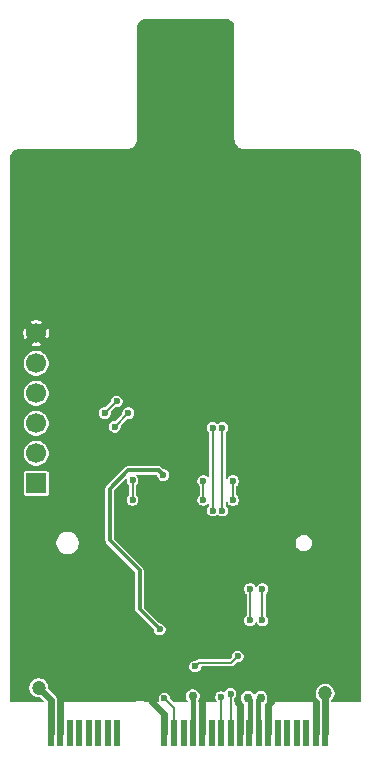
<source format=gbr>
%TF.GenerationSoftware,KiCad,Pcbnew,9.0.0*%
%TF.CreationDate,2025-03-01T15:32:50-05:00*%
%TF.ProjectId,mPCIE-to-M_2_E-Key,6d504349-452d-4746-9f2d-4d5f325f452d,rev?*%
%TF.SameCoordinates,Original*%
%TF.FileFunction,Copper,L2,Bot*%
%TF.FilePolarity,Positive*%
%FSLAX46Y46*%
G04 Gerber Fmt 4.6, Leading zero omitted, Abs format (unit mm)*
G04 Created by KiCad (PCBNEW 9.0.0) date 2025-03-01 15:32:50*
%MOMM*%
%LPD*%
G01*
G04 APERTURE LIST*
%TA.AperFunction,ComponentPad*%
%ADD10R,1.700000X1.700000*%
%TD*%
%TA.AperFunction,ComponentPad*%
%ADD11C,1.700000*%
%TD*%
%TA.AperFunction,ComponentPad*%
%ADD12C,6.500000*%
%TD*%
%TA.AperFunction,ComponentPad*%
%ADD13C,3.500000*%
%TD*%
%TA.AperFunction,SMDPad,CuDef*%
%ADD14R,0.600000X2.300000*%
%TD*%
%TA.AperFunction,ViaPad*%
%ADD15C,0.750000*%
%TD*%
%TA.AperFunction,ViaPad*%
%ADD16C,1.200000*%
%TD*%
%TA.AperFunction,ViaPad*%
%ADD17C,0.600000*%
%TD*%
%TA.AperFunction,Conductor*%
%ADD18C,0.600000*%
%TD*%
%TA.AperFunction,Conductor*%
%ADD19C,0.400000*%
%TD*%
%TA.AperFunction,Conductor*%
%ADD20C,0.300000*%
%TD*%
%TA.AperFunction,Conductor*%
%ADD21C,0.200000*%
%TD*%
%TA.AperFunction,Conductor*%
%ADD22C,0.447000*%
%TD*%
G04 APERTURE END LIST*
D10*
%TO.P,J3,1,Pin_1*%
%TO.N,+3V3*%
X121200000Y-107450000D03*
D11*
%TO.P,J3,2,Pin_2*%
%TO.N,/SDA_3V3*%
X121200000Y-104910000D03*
%TO.P,J3,3,Pin_3*%
%TO.N,/SCL_3V3*%
X121200000Y-102370000D03*
%TO.P,J3,4,Pin_4*%
%TO.N,/TXD_3V3*%
X121200000Y-99830000D03*
%TO.P,J3,5,Pin_5*%
%TO.N,/RXD_3V3*%
X121200000Y-97290000D03*
%TO.P,J3,6,Pin_6*%
%TO.N,GND*%
X121200000Y-94750000D03*
%TD*%
D12*
%TO.P,H3,1,1*%
%TO.N,GND*%
X133850000Y-84250000D03*
%TD*%
D13*
%TO.P,H2,1,1*%
%TO.N,GND*%
X121750000Y-81950000D03*
%TD*%
D12*
%TO.P,H4,1,1*%
%TO.N,GND*%
X133850000Y-72250000D03*
%TD*%
D14*
%TO.P,J1,2,+3V3AUX*%
%TO.N,+3V3*%
X122450000Y-128600000D03*
%TO.P,J1,4,GND*%
%TO.N,GND*%
X123250000Y-128600000D03*
%TO.P,J1,6,+1V5*%
%TO.N,unconnected-(J1-+1V5-Pad6)*%
X124050000Y-128600000D03*
%TO.P,J1,8,UIM_PWR*%
%TO.N,unconnected-(J1-UIM_PWR-Pad8)*%
X124850000Y-128600000D03*
%TO.P,J1,10,UIM_DATA*%
%TO.N,unconnected-(J1-UIM_DATA-Pad10)*%
X125650000Y-128600000D03*
%TO.P,J1,12,UIM_CLK*%
%TO.N,unconnected-(J1-UIM_CLK-Pad12)*%
X126450000Y-128600000D03*
%TO.P,J1,14,~{UIM_RESET}*%
%TO.N,unconnected-(J1-~{UIM_RESET}-Pad14)*%
X127250000Y-128600000D03*
%TO.P,J1,16,UIM_VPP*%
%TO.N,unconnected-(J1-UIM_VPP-Pad16)*%
X128050000Y-128600000D03*
%TO.P,J1,18,GND*%
%TO.N,GND*%
X132050000Y-128600000D03*
%TO.P,J1,20,~{W_DISABLE}*%
%TO.N,/W_DISABLE*%
X132850000Y-128600000D03*
%TO.P,J1,22,~{PERST}*%
%TO.N,unconnected-(J1-~{PERST}-Pad22)*%
X133700000Y-128600000D03*
%TO.P,J1,24,+3V3AUX*%
%TO.N,+3V3*%
X134450000Y-128600000D03*
%TO.P,J1,26,GND*%
%TO.N,GND*%
X135250000Y-128600000D03*
%TO.P,J1,28,+1V5*%
%TO.N,unconnected-(J1-+1V5-Pad28)*%
X136050000Y-128600000D03*
%TO.P,J1,30,SMB_CLK*%
%TO.N,/SCL_3V3*%
X136850000Y-128600000D03*
%TO.P,J1,32,SMB_DATA*%
%TO.N,/SDA_3V3*%
X137650000Y-128600000D03*
%TO.P,J1,34,GND*%
%TO.N,GND*%
X138450000Y-128600000D03*
%TO.P,J1,36,USB_D-*%
%TO.N,/D_N*%
X139250000Y-128600000D03*
%TO.P,J1,38,USB_D+*%
%TO.N,/D_P*%
X140050000Y-128600000D03*
%TO.P,J1,40,GND*%
%TO.N,GND*%
X140850000Y-128600000D03*
%TO.P,J1,42,~{LED_WWAN}*%
%TO.N,unconnected-(J1-~{LED_WWAN}-Pad42)*%
X141650000Y-128600000D03*
%TO.P,J1,44,~{LED_WLAN}*%
%TO.N,unconnected-(J1-~{LED_WLAN}-Pad44)*%
X142450000Y-128600000D03*
%TO.P,J1,46,~{LED_WPAN}*%
%TO.N,unconnected-(J1-~{LED_WPAN}-Pad46)*%
X143250000Y-128600000D03*
%TO.P,J1,48,+1V5*%
%TO.N,unconnected-(J1-+1V5-Pad48)*%
X144050000Y-128600000D03*
%TO.P,J1,50,GND*%
%TO.N,GND*%
X144850000Y-128600000D03*
%TO.P,J1,52,+3V3AUX*%
%TO.N,+3V3*%
X145650000Y-128600000D03*
%TD*%
D13*
%TO.P,H1,1,1*%
%TO.N,GND*%
X145950000Y-81950000D03*
%TD*%
D15*
%TO.N,+3V3*%
X134450000Y-125450000D03*
D16*
X145650000Y-125200000D03*
X121400000Y-124750000D03*
D17*
%TO.N,GND*%
X123400000Y-100650000D03*
X147000000Y-123000000D03*
X137500000Y-119500000D03*
X143000000Y-108000000D03*
X120000000Y-111000000D03*
X125500000Y-98500000D03*
X126000000Y-104500000D03*
X135100000Y-116250000D03*
X121000000Y-113000000D03*
X142550000Y-123100000D03*
X126100000Y-116250000D03*
X123000000Y-98500000D03*
X131900000Y-104550000D03*
X124900000Y-115000000D03*
X141000000Y-112000000D03*
X138000000Y-112500000D03*
X133000000Y-107000000D03*
X137200000Y-116000000D03*
X135300000Y-113700000D03*
X141000000Y-114000000D03*
X135000000Y-112000000D03*
X139150000Y-123100000D03*
X119500000Y-125500000D03*
X128000000Y-106000000D03*
D15*
X122900000Y-120100000D03*
D17*
X134000000Y-107000000D03*
X141000000Y-107000000D03*
X147000000Y-116000000D03*
X147000000Y-119000000D03*
X130600000Y-116250000D03*
X120500000Y-117000000D03*
D16*
X126500000Y-125400000D03*
D17*
X142000000Y-115000000D03*
X140200000Y-104650000D03*
X147000000Y-121000000D03*
X121000000Y-115000000D03*
X124050000Y-104500000D03*
X143600000Y-120000000D03*
X131000000Y-107000000D03*
X138500000Y-121000000D03*
X141000000Y-124600000D03*
X134050000Y-104650000D03*
X129100000Y-116250000D03*
D16*
X135650000Y-125400000D03*
D17*
X141700000Y-123900000D03*
X122900000Y-122750000D03*
X131000000Y-112600000D03*
X135350000Y-112750000D03*
X129000000Y-115000000D03*
X145000000Y-123000000D03*
X125000000Y-120050000D03*
X126750000Y-119700000D03*
X138850000Y-111700000D03*
D15*
X120400000Y-120600000D03*
D17*
X145000000Y-119400000D03*
X122000000Y-109000000D03*
X123800000Y-110700000D03*
X127000000Y-113000000D03*
X124600000Y-116250000D03*
X138500000Y-119500000D03*
X133600000Y-116250000D03*
X129000000Y-104050000D03*
X128000000Y-104500000D03*
D16*
X143300000Y-125250000D03*
D17*
X145000000Y-121000000D03*
X139900000Y-122350000D03*
X135400000Y-106350000D03*
X132100000Y-116250000D03*
X141100000Y-120000000D03*
X140850000Y-121400000D03*
X120500000Y-119000000D03*
X146000000Y-114000000D03*
X124000000Y-107000000D03*
X133000000Y-112600000D03*
X127600000Y-116250000D03*
X143100000Y-116250000D03*
X143600000Y-122000000D03*
X126000000Y-106000000D03*
X125650000Y-100650000D03*
X127000000Y-115000000D03*
X122700000Y-113600000D03*
X144000000Y-110000000D03*
X147000000Y-125000000D03*
X136500000Y-115000000D03*
X141600000Y-116250000D03*
X139000000Y-114000000D03*
D16*
X133250000Y-125400000D03*
D17*
%TO.N,+1V8*%
X131650000Y-119800000D03*
X131950000Y-106750000D03*
%TO.N,/TXD_1V8*%
X135350000Y-108850000D03*
X135350000Y-107250000D03*
D15*
%TO.N,/D_P*%
X140200000Y-125600000D03*
D17*
%TO.N,/RXD_1V8*%
X137850000Y-108850000D03*
X137850000Y-107250000D03*
%TO.N,/W_DISABLE*%
X129350000Y-107200000D03*
X132050000Y-125650000D03*
X129350000Y-108850000D03*
D15*
%TO.N,/D_N*%
X139100000Y-125600000D03*
D17*
%TO.N,/SDA_3V3*%
X137650000Y-125250000D03*
X138250000Y-122100000D03*
X129000000Y-101500000D03*
X139300000Y-116400000D03*
X139300000Y-119050000D03*
X136150000Y-109750000D03*
X134650000Y-122950000D03*
X136150000Y-102750000D03*
X127850000Y-102650000D03*
%TO.N,/SCL_3V3*%
X128000000Y-100500000D03*
X136950000Y-102750000D03*
X140350000Y-119050000D03*
X140350000Y-116400000D03*
X136849997Y-125549997D03*
X136950000Y-109750000D03*
X127000000Y-101500000D03*
%TD*%
D18*
%TO.N,+3V3*%
X121400000Y-124750000D02*
X122450000Y-125800000D01*
X122450000Y-125800000D02*
X122450000Y-128600000D01*
X145650000Y-128600000D02*
X145650000Y-125200000D01*
D19*
X134450000Y-125450000D02*
X134450000Y-128600000D01*
D18*
%TO.N,GND*%
X138450000Y-126200000D02*
X138275000Y-126025000D01*
X140850000Y-126200000D02*
X141075000Y-125975000D01*
X135250000Y-128600000D02*
X135250000Y-126000000D01*
X123250000Y-128600000D02*
X123250000Y-126000000D01*
X140850000Y-128600000D02*
X140850000Y-126200000D01*
X144850000Y-128600000D02*
X144850000Y-126000000D01*
X132050000Y-126975000D02*
X131000000Y-125925000D01*
X132050000Y-128600000D02*
X132050000Y-126975000D01*
X138450000Y-128600000D02*
X138450000Y-126200000D01*
D20*
%TO.N,+1V8*%
X129950000Y-118100000D02*
X129950000Y-114800000D01*
X128900000Y-106400000D02*
X128951000Y-106349000D01*
X127400000Y-112250000D02*
X127400000Y-107900000D01*
X127400000Y-107900000D02*
X128900000Y-106400000D01*
X131650000Y-119800000D02*
X129950000Y-118100000D01*
X131549000Y-106349000D02*
X131950000Y-106750000D01*
X129950000Y-114800000D02*
X127400000Y-112250000D01*
X128951000Y-106349000D02*
X131549000Y-106349000D01*
D21*
%TO.N,/TXD_1V8*%
X135350000Y-108850000D02*
X135350000Y-107250000D01*
D22*
%TO.N,/D_P*%
X139973501Y-125826499D02*
X140200000Y-125600000D01*
X139973501Y-128523501D02*
X139973501Y-125826499D01*
X140050000Y-128600000D02*
X139973501Y-128523501D01*
D21*
%TO.N,/RXD_1V8*%
X137850000Y-108850000D02*
X137850000Y-107250000D01*
%TO.N,/W_DISABLE*%
X129350000Y-108850000D02*
X129350000Y-107200000D01*
X132050000Y-125650000D02*
X132850000Y-126450000D01*
X132850000Y-126450000D02*
X132850000Y-128600000D01*
D22*
%TO.N,/D_N*%
X139326499Y-125826499D02*
X139100000Y-125600000D01*
X139326499Y-128523501D02*
X139326499Y-125826499D01*
D21*
%TO.N,/SDA_3V3*%
X137700000Y-122650000D02*
X138250000Y-122100000D01*
X137699943Y-122650000D02*
X137700000Y-122650000D01*
X137650000Y-125250000D02*
X137650000Y-128600000D01*
X134950000Y-122650000D02*
X137250000Y-122650000D01*
X137250000Y-122650000D02*
X137699943Y-122650000D01*
X129000000Y-101500000D02*
X127850000Y-102650000D01*
X134650000Y-122950000D02*
X134950000Y-122650000D01*
X139300000Y-119050000D02*
X139300000Y-116400000D01*
X136150000Y-102750000D02*
X136150000Y-109750000D01*
%TO.N,/SCL_3V3*%
X136950000Y-109750000D02*
X136950000Y-102750000D01*
X137100000Y-109750000D02*
X136950000Y-109750000D01*
X140350000Y-119050000D02*
X140350000Y-116400000D01*
X128000000Y-100500000D02*
X127000000Y-101500000D01*
X136850000Y-125550000D02*
X136850000Y-128600000D01*
X136849997Y-125549997D02*
X136850000Y-125550000D01*
%TD*%
%TA.AperFunction,Conductor*%
%TO.N,GND*%
G36*
X137304197Y-68127972D02*
G01*
X137441227Y-68143412D01*
X137457640Y-68147158D01*
X137514690Y-68167121D01*
X137583787Y-68191299D01*
X137598959Y-68198605D01*
X137712126Y-68269712D01*
X137725291Y-68280212D01*
X137819787Y-68374708D01*
X137830287Y-68387873D01*
X137901394Y-68501040D01*
X137908700Y-68516212D01*
X137952840Y-68642357D01*
X137956587Y-68658774D01*
X137972027Y-68795802D01*
X137972500Y-68804222D01*
X137972500Y-78331150D01*
X137984578Y-78399645D01*
X138000682Y-78490972D01*
X138000684Y-78490977D01*
X138056189Y-78643479D01*
X138113224Y-78742266D01*
X138132575Y-78775782D01*
X138137332Y-78784020D01*
X138137334Y-78784024D01*
X138241652Y-78908347D01*
X138292106Y-78950682D01*
X138365976Y-79012666D01*
X138464766Y-79069702D01*
X138506520Y-79093810D01*
X138506521Y-79093810D01*
X138506524Y-79093812D01*
X138659028Y-79149318D01*
X138818849Y-79177499D01*
X138818850Y-79177500D01*
X138818854Y-79177500D01*
X138874639Y-79177500D01*
X148020899Y-79177500D01*
X148045778Y-79177500D01*
X148054197Y-79177972D01*
X148191227Y-79193412D01*
X148207640Y-79197158D01*
X148264690Y-79217121D01*
X148333787Y-79241299D01*
X148348959Y-79248605D01*
X148462126Y-79319712D01*
X148475291Y-79330212D01*
X148569787Y-79424708D01*
X148580287Y-79437873D01*
X148651394Y-79551040D01*
X148658700Y-79566212D01*
X148702840Y-79692357D01*
X148706587Y-79708774D01*
X148722027Y-79845802D01*
X148722500Y-79854222D01*
X148722500Y-125924800D01*
X148704907Y-125973138D01*
X148660358Y-125998858D01*
X148647300Y-126000000D01*
X146225700Y-126000000D01*
X146207340Y-125993317D01*
X146188100Y-125989925D01*
X146183739Y-125984728D01*
X146177362Y-125982407D01*
X146167592Y-125965484D01*
X146155035Y-125950520D01*
X146153312Y-125940751D01*
X146151642Y-125937858D01*
X146150500Y-125924800D01*
X146150500Y-125862726D01*
X146168093Y-125814388D01*
X146172515Y-125809562D01*
X146271789Y-125710289D01*
X146359394Y-125579179D01*
X146419737Y-125433497D01*
X146450500Y-125278842D01*
X146450500Y-125121158D01*
X146446535Y-125101226D01*
X146424308Y-124989484D01*
X146419737Y-124966503D01*
X146359394Y-124820821D01*
X146271789Y-124689711D01*
X146271786Y-124689708D01*
X146271784Y-124689705D01*
X146160294Y-124578215D01*
X146160291Y-124578213D01*
X146160289Y-124578211D01*
X146029179Y-124490606D01*
X146029177Y-124490605D01*
X145883500Y-124430264D01*
X145883498Y-124430263D01*
X145728844Y-124399500D01*
X145728842Y-124399500D01*
X145571158Y-124399500D01*
X145571156Y-124399500D01*
X145416501Y-124430263D01*
X145416499Y-124430264D01*
X145270822Y-124490605D01*
X145139708Y-124578213D01*
X145139705Y-124578215D01*
X145028215Y-124689705D01*
X145028213Y-124689708D01*
X144940605Y-124820822D01*
X144880264Y-124966499D01*
X144880263Y-124966501D01*
X144849500Y-125121156D01*
X144849500Y-125278843D01*
X144880263Y-125433498D01*
X144880264Y-125433500D01*
X144918482Y-125525766D01*
X144940606Y-125579179D01*
X145028211Y-125710289D01*
X145127474Y-125809552D01*
X145134412Y-125824429D01*
X145144965Y-125837006D01*
X145147815Y-125853173D01*
X145149214Y-125856172D01*
X145149500Y-125862726D01*
X145149500Y-125924800D01*
X145131907Y-125973138D01*
X145087358Y-125998858D01*
X145074300Y-126000000D01*
X140763841Y-126000000D01*
X140715503Y-125982407D01*
X140689783Y-125937858D01*
X140698716Y-125887200D01*
X140736277Y-125822142D01*
X140736277Y-125822141D01*
X140736281Y-125822135D01*
X140775500Y-125675766D01*
X140775500Y-125524234D01*
X140736281Y-125377865D01*
X140736278Y-125377860D01*
X140736277Y-125377857D01*
X140660515Y-125246634D01*
X140553365Y-125139484D01*
X140422142Y-125063722D01*
X140422136Y-125063720D01*
X140422135Y-125063719D01*
X140275766Y-125024500D01*
X140124234Y-125024500D01*
X139988830Y-125060781D01*
X139977865Y-125063719D01*
X139977857Y-125063722D01*
X139846634Y-125139484D01*
X139739484Y-125246634D01*
X139715125Y-125288826D01*
X139675720Y-125321891D01*
X139624280Y-125321891D01*
X139584875Y-125288826D01*
X139560515Y-125246634D01*
X139453365Y-125139484D01*
X139322142Y-125063722D01*
X139322136Y-125063720D01*
X139322135Y-125063719D01*
X139175766Y-125024500D01*
X139024234Y-125024500D01*
X138888830Y-125060781D01*
X138877865Y-125063719D01*
X138877857Y-125063722D01*
X138746634Y-125139484D01*
X138639484Y-125246634D01*
X138563722Y-125377857D01*
X138563719Y-125377865D01*
X138524500Y-125524234D01*
X138524500Y-125675766D01*
X138563719Y-125822134D01*
X138563722Y-125822142D01*
X138601284Y-125887200D01*
X138610217Y-125937858D01*
X138584497Y-125982406D01*
X138536159Y-126000000D01*
X138025700Y-126000000D01*
X137977362Y-125982407D01*
X137951642Y-125937858D01*
X137950500Y-125924800D01*
X137950500Y-125688463D01*
X137968093Y-125640125D01*
X137972526Y-125635289D01*
X138050500Y-125557314D01*
X138116391Y-125443188D01*
X138118987Y-125433500D01*
X138150500Y-125315892D01*
X138150500Y-125184108D01*
X138116392Y-125056814D01*
X138116391Y-125056812D01*
X138116391Y-125056811D01*
X138050500Y-124942685D01*
X137957314Y-124849499D01*
X137843188Y-124783608D01*
X137792268Y-124769964D01*
X137715892Y-124749500D01*
X137584108Y-124749500D01*
X137520461Y-124766554D01*
X137456811Y-124783608D01*
X137342685Y-124849499D01*
X137249499Y-124942685D01*
X137183609Y-125056812D01*
X137181720Y-125061372D01*
X137180294Y-125060781D01*
X137154421Y-125097712D01*
X137104731Y-125111013D01*
X137073704Y-125101226D01*
X137043184Y-125083605D01*
X137011359Y-125075078D01*
X136915889Y-125049497D01*
X136784105Y-125049497D01*
X136720458Y-125066551D01*
X136656808Y-125083605D01*
X136542682Y-125149496D01*
X136449496Y-125242682D01*
X136383605Y-125356808D01*
X136364245Y-125429065D01*
X136349497Y-125484105D01*
X136349497Y-125615889D01*
X136358462Y-125649346D01*
X136383605Y-125743185D01*
X136449496Y-125857311D01*
X136463811Y-125871626D01*
X136485551Y-125918246D01*
X136472237Y-125967933D01*
X136430100Y-125997438D01*
X136410637Y-126000000D01*
X134925700Y-126000000D01*
X134907340Y-125993317D01*
X134888100Y-125989925D01*
X134883739Y-125984728D01*
X134877362Y-125982407D01*
X134867592Y-125965484D01*
X134855035Y-125950520D01*
X134853312Y-125940751D01*
X134851642Y-125937858D01*
X134850500Y-125924800D01*
X134850500Y-125894528D01*
X134868093Y-125846190D01*
X134872515Y-125841364D01*
X134910515Y-125803365D01*
X134986281Y-125672135D01*
X135025500Y-125525766D01*
X135025500Y-125374234D01*
X134986281Y-125227865D01*
X134986278Y-125227860D01*
X134986277Y-125227857D01*
X134910515Y-125096634D01*
X134803365Y-124989484D01*
X134672142Y-124913722D01*
X134672136Y-124913720D01*
X134672135Y-124913719D01*
X134525766Y-124874500D01*
X134374234Y-124874500D01*
X134227865Y-124913719D01*
X134227857Y-124913722D01*
X134096634Y-124989484D01*
X133989484Y-125096634D01*
X133913722Y-125227857D01*
X133913719Y-125227865D01*
X133874500Y-125374234D01*
X133874500Y-125525766D01*
X133905142Y-125640125D01*
X133913719Y-125672134D01*
X133913722Y-125672142D01*
X133989483Y-125803363D01*
X133989484Y-125803364D01*
X133989485Y-125803365D01*
X134027474Y-125841354D01*
X134034412Y-125856232D01*
X134044965Y-125868808D01*
X134047815Y-125884973D01*
X134049214Y-125887973D01*
X134049500Y-125894528D01*
X134049500Y-125924800D01*
X134031907Y-125973138D01*
X133987358Y-125998858D01*
X133974300Y-126000000D01*
X132856119Y-126000000D01*
X132807781Y-125982407D01*
X132802945Y-125977974D01*
X132572526Y-125747555D01*
X132550786Y-125700935D01*
X132550500Y-125694381D01*
X132550500Y-125584110D01*
X132550500Y-125584108D01*
X132516392Y-125456814D01*
X132516391Y-125456813D01*
X132516391Y-125456811D01*
X132450500Y-125342685D01*
X132357314Y-125249499D01*
X132243188Y-125183608D01*
X132192268Y-125169964D01*
X132115892Y-125149500D01*
X131984108Y-125149500D01*
X131920461Y-125166554D01*
X131856811Y-125183608D01*
X131742685Y-125249499D01*
X131649499Y-125342685D01*
X131583608Y-125456811D01*
X131563143Y-125533190D01*
X131549500Y-125584108D01*
X131549500Y-125715892D01*
X131557984Y-125747555D01*
X131583608Y-125843188D01*
X131609019Y-125887200D01*
X131617952Y-125937859D01*
X131592231Y-125982407D01*
X131543894Y-126000000D01*
X130479817Y-126000000D01*
X130438039Y-125987327D01*
X130415653Y-125972369D01*
X130255957Y-125906222D01*
X130255958Y-125906222D01*
X130086427Y-125872500D01*
X130086426Y-125872500D01*
X129913574Y-125872500D01*
X129913573Y-125872500D01*
X129744041Y-125906222D01*
X129584346Y-125972369D01*
X129561961Y-125987327D01*
X129520183Y-126000000D01*
X123025700Y-126000000D01*
X122977362Y-125982407D01*
X122951642Y-125937858D01*
X122950500Y-125924800D01*
X122950500Y-125734109D01*
X122934867Y-125675765D01*
X122925317Y-125640125D01*
X122916392Y-125606814D01*
X122910230Y-125596141D01*
X122896595Y-125572525D01*
X122850500Y-125492685D01*
X122754699Y-125396884D01*
X122754676Y-125396863D01*
X122222526Y-124864712D01*
X122200786Y-124818092D01*
X122200500Y-124811538D01*
X122200500Y-124671156D01*
X122182012Y-124578213D01*
X122169737Y-124516503D01*
X122109394Y-124370821D01*
X122021789Y-124239711D01*
X122021786Y-124239708D01*
X122021784Y-124239705D01*
X121910294Y-124128215D01*
X121910291Y-124128213D01*
X121910289Y-124128211D01*
X121779179Y-124040606D01*
X121779177Y-124040605D01*
X121633500Y-123980264D01*
X121633498Y-123980263D01*
X121478844Y-123949500D01*
X121478842Y-123949500D01*
X121321158Y-123949500D01*
X121321156Y-123949500D01*
X121166501Y-123980263D01*
X121166499Y-123980264D01*
X121020822Y-124040605D01*
X120889708Y-124128213D01*
X120889705Y-124128215D01*
X120778215Y-124239705D01*
X120778213Y-124239708D01*
X120690605Y-124370822D01*
X120630264Y-124516499D01*
X120630263Y-124516501D01*
X120599500Y-124671156D01*
X120599500Y-124828843D01*
X120630263Y-124983498D01*
X120630264Y-124983500D01*
X120690605Y-125129177D01*
X120690606Y-125129179D01*
X120778211Y-125260289D01*
X120778213Y-125260291D01*
X120778215Y-125260294D01*
X120889705Y-125371784D01*
X120889708Y-125371786D01*
X120889711Y-125371789D01*
X121020821Y-125459394D01*
X121166503Y-125519737D01*
X121259630Y-125538261D01*
X121321156Y-125550500D01*
X121461538Y-125550500D01*
X121509876Y-125568093D01*
X121514700Y-125572514D01*
X121813813Y-125871626D01*
X121835553Y-125918246D01*
X121822239Y-125967933D01*
X121780102Y-125997438D01*
X121760639Y-126000000D01*
X119052700Y-126000000D01*
X119004362Y-125982407D01*
X118978642Y-125937858D01*
X118977500Y-125924800D01*
X118977500Y-122884108D01*
X134149500Y-122884108D01*
X134149500Y-123015892D01*
X134169964Y-123092268D01*
X134183608Y-123143188D01*
X134249499Y-123257314D01*
X134342685Y-123350500D01*
X134456811Y-123416391D01*
X134456813Y-123416391D01*
X134456814Y-123416392D01*
X134584108Y-123450500D01*
X134584111Y-123450500D01*
X134715889Y-123450500D01*
X134715892Y-123450500D01*
X134843186Y-123416392D01*
X134957314Y-123350500D01*
X135050500Y-123257314D01*
X135116392Y-123143186D01*
X135150500Y-123015892D01*
X135150500Y-123015889D01*
X135151775Y-123011131D01*
X135152829Y-123011413D01*
X135174249Y-122970260D01*
X135221772Y-122950572D01*
X135225057Y-122950500D01*
X137739560Y-122950500D01*
X137739562Y-122950500D01*
X137815989Y-122930021D01*
X137884511Y-122890460D01*
X137940460Y-122834511D01*
X138152445Y-122622526D01*
X138199065Y-122600786D01*
X138205619Y-122600500D01*
X138315889Y-122600500D01*
X138315892Y-122600500D01*
X138443186Y-122566392D01*
X138472446Y-122549499D01*
X138557314Y-122500500D01*
X138650500Y-122407314D01*
X138716391Y-122293188D01*
X138716392Y-122293186D01*
X138750500Y-122165892D01*
X138750500Y-122034108D01*
X138716392Y-121906814D01*
X138716391Y-121906813D01*
X138716391Y-121906811D01*
X138650500Y-121792685D01*
X138557314Y-121699499D01*
X138443188Y-121633608D01*
X138392268Y-121619964D01*
X138315892Y-121599500D01*
X138184108Y-121599500D01*
X138120461Y-121616554D01*
X138056811Y-121633608D01*
X137942685Y-121699499D01*
X137849499Y-121792685D01*
X137783608Y-121906811D01*
X137763143Y-121983190D01*
X137749500Y-122034108D01*
X137749500Y-122034110D01*
X137749500Y-122144379D01*
X137731907Y-122192717D01*
X137727475Y-122197553D01*
X137597555Y-122327474D01*
X137550934Y-122349214D01*
X137544380Y-122349500D01*
X137289562Y-122349500D01*
X134910438Y-122349500D01*
X134834011Y-122369979D01*
X134834009Y-122369979D01*
X134818749Y-122378790D01*
X134818744Y-122378793D01*
X134815842Y-122380469D01*
X134765489Y-122409540D01*
X134742950Y-122432077D01*
X134737629Y-122435819D01*
X134718700Y-122440928D01*
X134700934Y-122449214D01*
X134694380Y-122449500D01*
X134584108Y-122449500D01*
X134520461Y-122466554D01*
X134456811Y-122483608D01*
X134342685Y-122549499D01*
X134249499Y-122642685D01*
X134183608Y-122756811D01*
X134163143Y-122833190D01*
X134149500Y-122884108D01*
X118977500Y-122884108D01*
X118977500Y-112406186D01*
X122897500Y-112406186D01*
X122897500Y-112593813D01*
X122934104Y-112777836D01*
X122934105Y-112777837D01*
X123005905Y-112951178D01*
X123110145Y-113107184D01*
X123110147Y-113107186D01*
X123110149Y-113107189D01*
X123242810Y-113239850D01*
X123242813Y-113239852D01*
X123242816Y-113239855D01*
X123398822Y-113344095D01*
X123572162Y-113415894D01*
X123572163Y-113415895D01*
X123572164Y-113415895D01*
X123572166Y-113415896D01*
X123695399Y-113440408D01*
X123756186Y-113452500D01*
X123756187Y-113452500D01*
X123943814Y-113452500D01*
X123989507Y-113443410D01*
X124127834Y-113415896D01*
X124301178Y-113344095D01*
X124457184Y-113239855D01*
X124589855Y-113107184D01*
X124694095Y-112951178D01*
X124765896Y-112777834D01*
X124802500Y-112593813D01*
X124802500Y-112406187D01*
X124765896Y-112222166D01*
X124694095Y-112048822D01*
X124589855Y-111892816D01*
X124589852Y-111892813D01*
X124589850Y-111892810D01*
X124457189Y-111760149D01*
X124457186Y-111760147D01*
X124457184Y-111760145D01*
X124301178Y-111655905D01*
X124301176Y-111655904D01*
X124127837Y-111584105D01*
X124127836Y-111584104D01*
X123943814Y-111547500D01*
X123943813Y-111547500D01*
X123756187Y-111547500D01*
X123756186Y-111547500D01*
X123572163Y-111584104D01*
X123572162Y-111584105D01*
X123398823Y-111655904D01*
X123242813Y-111760147D01*
X123242810Y-111760149D01*
X123110149Y-111892810D01*
X123110147Y-111892813D01*
X123005904Y-112048823D01*
X122934105Y-112222162D01*
X122934104Y-112222163D01*
X122897500Y-112406186D01*
X118977500Y-112406186D01*
X118977500Y-106580251D01*
X120149500Y-106580251D01*
X120149500Y-108319748D01*
X120161132Y-108378229D01*
X120161133Y-108378231D01*
X120205448Y-108444552D01*
X120271769Y-108488867D01*
X120301010Y-108494683D01*
X120330251Y-108500500D01*
X120330252Y-108500500D01*
X122069749Y-108500500D01*
X122089242Y-108496622D01*
X122128231Y-108488867D01*
X122194552Y-108444552D01*
X122238867Y-108378231D01*
X122250500Y-108319748D01*
X122250500Y-107853856D01*
X127049500Y-107853856D01*
X127049500Y-112296144D01*
X127067414Y-112363002D01*
X127073386Y-112385289D01*
X127119529Y-112465210D01*
X127119533Y-112465216D01*
X129577474Y-114923156D01*
X129599214Y-114969776D01*
X129599500Y-114976330D01*
X129599500Y-118146144D01*
X129617414Y-118213002D01*
X129623386Y-118235289D01*
X129669529Y-118315210D01*
X129669533Y-118315216D01*
X131127474Y-119773156D01*
X131149214Y-119819776D01*
X131149500Y-119826330D01*
X131149500Y-119865892D01*
X131169964Y-119942268D01*
X131183608Y-119993188D01*
X131249499Y-120107314D01*
X131342685Y-120200500D01*
X131456811Y-120266391D01*
X131456813Y-120266391D01*
X131456814Y-120266392D01*
X131584108Y-120300500D01*
X131584111Y-120300500D01*
X131715889Y-120300500D01*
X131715892Y-120300500D01*
X131843186Y-120266392D01*
X131957314Y-120200500D01*
X132050500Y-120107314D01*
X132116392Y-119993186D01*
X132150500Y-119865892D01*
X132150500Y-119734108D01*
X132116392Y-119606814D01*
X132116391Y-119606813D01*
X132116391Y-119606811D01*
X132050500Y-119492685D01*
X131957314Y-119399499D01*
X131843188Y-119333608D01*
X131792268Y-119319964D01*
X131715892Y-119299500D01*
X131715889Y-119299500D01*
X131676330Y-119299500D01*
X131627992Y-119281907D01*
X131623156Y-119277474D01*
X130322526Y-117976844D01*
X130300786Y-117930224D01*
X130300500Y-117923670D01*
X130300500Y-116334108D01*
X138799500Y-116334108D01*
X138799500Y-116465892D01*
X138819964Y-116542268D01*
X138833608Y-116593188D01*
X138899499Y-116707314D01*
X138977474Y-116785289D01*
X138999214Y-116831909D01*
X138999500Y-116838463D01*
X138999500Y-118611537D01*
X138981907Y-118659875D01*
X138977474Y-118664711D01*
X138899499Y-118742685D01*
X138833608Y-118856811D01*
X138827773Y-118878590D01*
X138799500Y-118984108D01*
X138799500Y-119115892D01*
X138819964Y-119192268D01*
X138833608Y-119243188D01*
X138899499Y-119357314D01*
X138992685Y-119450500D01*
X139106811Y-119516391D01*
X139106813Y-119516391D01*
X139106814Y-119516392D01*
X139234108Y-119550500D01*
X139234111Y-119550500D01*
X139365889Y-119550500D01*
X139365892Y-119550500D01*
X139493186Y-119516392D01*
X139607314Y-119450500D01*
X139700500Y-119357314D01*
X139759875Y-119254474D01*
X139799280Y-119221409D01*
X139850720Y-119221409D01*
X139890125Y-119254474D01*
X139949499Y-119357314D01*
X140042685Y-119450500D01*
X140156811Y-119516391D01*
X140156813Y-119516391D01*
X140156814Y-119516392D01*
X140284108Y-119550500D01*
X140284111Y-119550500D01*
X140415889Y-119550500D01*
X140415892Y-119550500D01*
X140543186Y-119516392D01*
X140657314Y-119450500D01*
X140750500Y-119357314D01*
X140816392Y-119243186D01*
X140850500Y-119115892D01*
X140850500Y-118984108D01*
X140816392Y-118856814D01*
X140816391Y-118856813D01*
X140816391Y-118856811D01*
X140750500Y-118742685D01*
X140672526Y-118664711D01*
X140650786Y-118618091D01*
X140650500Y-118611537D01*
X140650500Y-116838463D01*
X140668093Y-116790125D01*
X140672526Y-116785289D01*
X140750500Y-116707314D01*
X140816391Y-116593188D01*
X140822227Y-116571409D01*
X140850500Y-116465892D01*
X140850500Y-116334108D01*
X140816392Y-116206814D01*
X140816391Y-116206813D01*
X140816391Y-116206811D01*
X140750500Y-116092685D01*
X140657314Y-115999499D01*
X140543188Y-115933608D01*
X140492268Y-115919964D01*
X140415892Y-115899500D01*
X140284108Y-115899500D01*
X140220461Y-115916554D01*
X140156811Y-115933608D01*
X140042685Y-115999499D01*
X139949499Y-116092685D01*
X139890125Y-116195525D01*
X139850720Y-116228590D01*
X139799280Y-116228590D01*
X139759875Y-116195525D01*
X139700500Y-116092685D01*
X139607314Y-115999499D01*
X139493188Y-115933608D01*
X139442268Y-115919964D01*
X139365892Y-115899500D01*
X139234108Y-115899500D01*
X139170461Y-115916554D01*
X139106811Y-115933608D01*
X138992685Y-115999499D01*
X138899499Y-116092685D01*
X138833608Y-116206811D01*
X138827773Y-116228590D01*
X138799500Y-116334108D01*
X130300500Y-116334108D01*
X130300500Y-114753858D01*
X130300500Y-114753856D01*
X130276614Y-114664712D01*
X130230470Y-114584788D01*
X130230468Y-114584786D01*
X130230466Y-114584783D01*
X128076491Y-112430808D01*
X143147500Y-112430808D01*
X143147500Y-112430810D01*
X143147500Y-112569190D01*
X143174497Y-112704912D01*
X143227453Y-112832758D01*
X143304333Y-112947818D01*
X143304334Y-112947819D01*
X143304337Y-112947823D01*
X143402176Y-113045662D01*
X143402179Y-113045664D01*
X143402182Y-113045667D01*
X143517242Y-113122547D01*
X143645088Y-113175503D01*
X143726521Y-113191701D01*
X143780808Y-113202500D01*
X143780810Y-113202500D01*
X143919192Y-113202500D01*
X143964430Y-113193501D01*
X144054912Y-113175503D01*
X144182758Y-113122547D01*
X144297818Y-113045667D01*
X144395667Y-112947818D01*
X144472547Y-112832758D01*
X144525503Y-112704912D01*
X144552500Y-112569190D01*
X144552500Y-112430810D01*
X144525503Y-112295088D01*
X144472547Y-112167242D01*
X144395667Y-112052182D01*
X144395664Y-112052179D01*
X144395662Y-112052176D01*
X144297823Y-111954337D01*
X144297819Y-111954334D01*
X144297818Y-111954333D01*
X144182758Y-111877453D01*
X144054912Y-111824497D01*
X144054909Y-111824496D01*
X144054908Y-111824496D01*
X143919192Y-111797500D01*
X143919190Y-111797500D01*
X143780810Y-111797500D01*
X143780808Y-111797500D01*
X143645091Y-111824496D01*
X143645088Y-111824497D01*
X143517243Y-111877452D01*
X143402176Y-111954337D01*
X143304337Y-112052176D01*
X143227452Y-112167243D01*
X143174497Y-112295088D01*
X143174496Y-112295091D01*
X143147500Y-112430808D01*
X128076491Y-112430808D01*
X127772526Y-112126843D01*
X127750786Y-112080223D01*
X127750500Y-112073669D01*
X127750500Y-108076329D01*
X127768093Y-108027991D01*
X127772526Y-108023155D01*
X128238367Y-107557314D01*
X128721346Y-107074334D01*
X128767965Y-107052595D01*
X128817652Y-107065909D01*
X128847157Y-107108046D01*
X128848548Y-107129179D01*
X128849500Y-107129179D01*
X128849500Y-107134108D01*
X128849500Y-107265892D01*
X128869964Y-107342268D01*
X128883608Y-107393188D01*
X128949499Y-107507314D01*
X129027474Y-107585289D01*
X129049214Y-107631909D01*
X129049500Y-107638463D01*
X129049500Y-108411537D01*
X129031907Y-108459875D01*
X129027474Y-108464711D01*
X128949499Y-108542685D01*
X128883608Y-108656811D01*
X128863143Y-108733190D01*
X128849500Y-108784108D01*
X128849500Y-108915892D01*
X128869964Y-108992268D01*
X128883608Y-109043188D01*
X128949499Y-109157314D01*
X129042685Y-109250500D01*
X129156811Y-109316391D01*
X129156813Y-109316391D01*
X129156814Y-109316392D01*
X129284108Y-109350500D01*
X129284111Y-109350500D01*
X129415889Y-109350500D01*
X129415892Y-109350500D01*
X129543186Y-109316392D01*
X129657314Y-109250500D01*
X129750500Y-109157314D01*
X129816392Y-109043186D01*
X129850500Y-108915892D01*
X129850500Y-108784108D01*
X129816392Y-108656814D01*
X129816391Y-108656813D01*
X129816391Y-108656811D01*
X129750500Y-108542685D01*
X129672526Y-108464711D01*
X129650786Y-108418091D01*
X129650500Y-108411537D01*
X129650500Y-107638463D01*
X129668093Y-107590125D01*
X129672526Y-107585289D01*
X129750500Y-107507314D01*
X129816391Y-107393188D01*
X129816392Y-107393186D01*
X129850500Y-107265892D01*
X129850500Y-107134108D01*
X129816392Y-107006814D01*
X129816391Y-107006813D01*
X129816391Y-107006811D01*
X129750500Y-106892685D01*
X129685689Y-106827874D01*
X129663949Y-106781254D01*
X129677263Y-106731567D01*
X129719400Y-106702062D01*
X129738863Y-106699500D01*
X131372670Y-106699500D01*
X131388097Y-106705115D01*
X131404451Y-106706546D01*
X131417895Y-106715960D01*
X131421008Y-106717093D01*
X131425844Y-106721526D01*
X131427474Y-106723156D01*
X131449214Y-106769776D01*
X131449500Y-106776330D01*
X131449500Y-106815892D01*
X131469964Y-106892268D01*
X131483608Y-106943188D01*
X131549499Y-107057314D01*
X131642685Y-107150500D01*
X131756811Y-107216391D01*
X131756813Y-107216391D01*
X131756814Y-107216392D01*
X131884108Y-107250500D01*
X131884111Y-107250500D01*
X132015889Y-107250500D01*
X132015892Y-107250500D01*
X132143186Y-107216392D01*
X132199104Y-107184108D01*
X134849500Y-107184108D01*
X134849500Y-107315892D01*
X134869964Y-107392268D01*
X134883608Y-107443188D01*
X134949499Y-107557314D01*
X135027474Y-107635289D01*
X135049214Y-107681909D01*
X135049500Y-107688463D01*
X135049500Y-108411537D01*
X135031907Y-108459875D01*
X135027474Y-108464711D01*
X134949499Y-108542685D01*
X134883608Y-108656811D01*
X134863143Y-108733190D01*
X134849500Y-108784108D01*
X134849500Y-108915892D01*
X134869964Y-108992268D01*
X134883608Y-109043188D01*
X134949499Y-109157314D01*
X135042685Y-109250500D01*
X135156811Y-109316391D01*
X135156813Y-109316391D01*
X135156814Y-109316392D01*
X135284108Y-109350500D01*
X135284111Y-109350500D01*
X135415889Y-109350500D01*
X135415892Y-109350500D01*
X135543186Y-109316392D01*
X135657314Y-109250500D01*
X135689075Y-109218739D01*
X135721126Y-109186689D01*
X135741632Y-109177126D01*
X135761242Y-109165805D01*
X135764629Y-109166402D01*
X135767746Y-109164949D01*
X135789607Y-109170806D01*
X135811900Y-109174738D01*
X135814110Y-109177372D01*
X135817433Y-109178263D01*
X135830415Y-109196803D01*
X135844965Y-109214143D01*
X135845775Y-109218739D01*
X135846938Y-109220400D01*
X135849500Y-109239863D01*
X135849500Y-109311537D01*
X135831907Y-109359875D01*
X135827474Y-109364711D01*
X135749499Y-109442685D01*
X135683608Y-109556811D01*
X135663143Y-109633190D01*
X135649500Y-109684108D01*
X135649500Y-109815892D01*
X135669964Y-109892268D01*
X135683608Y-109943188D01*
X135749499Y-110057314D01*
X135842685Y-110150500D01*
X135956811Y-110216391D01*
X135956813Y-110216391D01*
X135956814Y-110216392D01*
X136084108Y-110250500D01*
X136084111Y-110250500D01*
X136215889Y-110250500D01*
X136215892Y-110250500D01*
X136343186Y-110216392D01*
X136457314Y-110150500D01*
X136496826Y-110110987D01*
X136543445Y-110089248D01*
X136593132Y-110102561D01*
X136603168Y-110110982D01*
X136642686Y-110150500D01*
X136642687Y-110150501D01*
X136756811Y-110216391D01*
X136756813Y-110216391D01*
X136756814Y-110216392D01*
X136884108Y-110250500D01*
X136884111Y-110250500D01*
X137015889Y-110250500D01*
X137015892Y-110250500D01*
X137143186Y-110216392D01*
X137257314Y-110150500D01*
X137350500Y-110057314D01*
X137416392Y-109943186D01*
X137450500Y-109815892D01*
X137450500Y-109684108D01*
X137416392Y-109556814D01*
X137416391Y-109556813D01*
X137416391Y-109556811D01*
X137350500Y-109442685D01*
X137272526Y-109364711D01*
X137250786Y-109318091D01*
X137250500Y-109311537D01*
X137250500Y-109093286D01*
X137268093Y-109044948D01*
X137312642Y-109019228D01*
X137363300Y-109028161D01*
X137390825Y-109055686D01*
X137449499Y-109157314D01*
X137542685Y-109250500D01*
X137656811Y-109316391D01*
X137656813Y-109316391D01*
X137656814Y-109316392D01*
X137784108Y-109350500D01*
X137784111Y-109350500D01*
X137915889Y-109350500D01*
X137915892Y-109350500D01*
X138043186Y-109316392D01*
X138157314Y-109250500D01*
X138250500Y-109157314D01*
X138316392Y-109043186D01*
X138350500Y-108915892D01*
X138350500Y-108784108D01*
X138316392Y-108656814D01*
X138316391Y-108656813D01*
X138316391Y-108656811D01*
X138250500Y-108542685D01*
X138172526Y-108464711D01*
X138150786Y-108418091D01*
X138150500Y-108411537D01*
X138150500Y-107688463D01*
X138168093Y-107640125D01*
X138172526Y-107635289D01*
X138250500Y-107557314D01*
X138316391Y-107443188D01*
X138316392Y-107443186D01*
X138350500Y-107315892D01*
X138350500Y-107184108D01*
X138316392Y-107056814D01*
X138316391Y-107056813D01*
X138316391Y-107056811D01*
X138250500Y-106942685D01*
X138157314Y-106849499D01*
X138043188Y-106783608D01*
X137991564Y-106769776D01*
X137915892Y-106749500D01*
X137784108Y-106749500D01*
X137720461Y-106766554D01*
X137656811Y-106783608D01*
X137542685Y-106849499D01*
X137449499Y-106942685D01*
X137390825Y-107044313D01*
X137351420Y-107077378D01*
X137299980Y-107077378D01*
X137260575Y-107044313D01*
X137250500Y-107006713D01*
X137250500Y-103188463D01*
X137268093Y-103140125D01*
X137272526Y-103135289D01*
X137350500Y-103057314D01*
X137416391Y-102943188D01*
X137416392Y-102943186D01*
X137450500Y-102815892D01*
X137450500Y-102684108D01*
X137416392Y-102556814D01*
X137416391Y-102556813D01*
X137416391Y-102556811D01*
X137350500Y-102442685D01*
X137257314Y-102349499D01*
X137143188Y-102283608D01*
X137079464Y-102266534D01*
X137015892Y-102249500D01*
X136884108Y-102249500D01*
X136820536Y-102266534D01*
X136756811Y-102283608D01*
X136642685Y-102349499D01*
X136603174Y-102389011D01*
X136556554Y-102410751D01*
X136506867Y-102397437D01*
X136496826Y-102389011D01*
X136457314Y-102349499D01*
X136343188Y-102283608D01*
X136279464Y-102266534D01*
X136215892Y-102249500D01*
X136084108Y-102249500D01*
X136020536Y-102266534D01*
X135956811Y-102283608D01*
X135842685Y-102349499D01*
X135749499Y-102442685D01*
X135683608Y-102556811D01*
X135676294Y-102584110D01*
X135649500Y-102684108D01*
X135649500Y-102815892D01*
X135669964Y-102892268D01*
X135683608Y-102943188D01*
X135749499Y-103057314D01*
X135827474Y-103135289D01*
X135849214Y-103181909D01*
X135849500Y-103188463D01*
X135849500Y-106860137D01*
X135831907Y-106908475D01*
X135787358Y-106934195D01*
X135736700Y-106925262D01*
X135721126Y-106913311D01*
X135657314Y-106849499D01*
X135543188Y-106783608D01*
X135491564Y-106769776D01*
X135415892Y-106749500D01*
X135284108Y-106749500D01*
X135220461Y-106766554D01*
X135156811Y-106783608D01*
X135042685Y-106849499D01*
X134949499Y-106942685D01*
X134883608Y-107056811D01*
X134864218Y-107129179D01*
X134849500Y-107184108D01*
X132199104Y-107184108D01*
X132257314Y-107150500D01*
X132281810Y-107126005D01*
X132350500Y-107057314D01*
X132416391Y-106943188D01*
X132418801Y-106934195D01*
X132450500Y-106815892D01*
X132450500Y-106684108D01*
X132416392Y-106556814D01*
X132416391Y-106556813D01*
X132416391Y-106556811D01*
X132350500Y-106442685D01*
X132257314Y-106349499D01*
X132143188Y-106283608D01*
X132092268Y-106269964D01*
X132015892Y-106249500D01*
X132015889Y-106249500D01*
X131976330Y-106249500D01*
X131927992Y-106231907D01*
X131923166Y-106227484D01*
X131764212Y-106068530D01*
X131747320Y-106058777D01*
X131684289Y-106022386D01*
X131662002Y-106016414D01*
X131595144Y-105998500D01*
X128904856Y-105998500D01*
X128851369Y-106012831D01*
X128815710Y-106022386D01*
X128735789Y-106068529D01*
X128735787Y-106068530D01*
X128677659Y-106126659D01*
X128619530Y-106184788D01*
X128619528Y-106184790D01*
X127119529Y-107684787D01*
X127085800Y-107743208D01*
X127085798Y-107743211D01*
X127081591Y-107750500D01*
X127073386Y-107764712D01*
X127049500Y-107853856D01*
X122250500Y-107853856D01*
X122250500Y-106580252D01*
X122238867Y-106521769D01*
X122194552Y-106455448D01*
X122128231Y-106411133D01*
X122128229Y-106411132D01*
X122069749Y-106399500D01*
X122069748Y-106399500D01*
X120330252Y-106399500D01*
X120330251Y-106399500D01*
X120271770Y-106411132D01*
X120271768Y-106411133D01*
X120205448Y-106455448D01*
X120161133Y-106521768D01*
X120161132Y-106521770D01*
X120149500Y-106580251D01*
X118977500Y-106580251D01*
X118977500Y-104806535D01*
X120149500Y-104806535D01*
X120149500Y-105013465D01*
X120189870Y-105216420D01*
X120269059Y-105407598D01*
X120384023Y-105579655D01*
X120384024Y-105579656D01*
X120384027Y-105579660D01*
X120530339Y-105725972D01*
X120530342Y-105725974D01*
X120530345Y-105725977D01*
X120702402Y-105840941D01*
X120893580Y-105920130D01*
X121045796Y-105950407D01*
X121096534Y-105960500D01*
X121096535Y-105960500D01*
X121303466Y-105960500D01*
X121344056Y-105952426D01*
X121506420Y-105920130D01*
X121697598Y-105840941D01*
X121869655Y-105725977D01*
X122015977Y-105579655D01*
X122130941Y-105407598D01*
X122210130Y-105216420D01*
X122250500Y-105013465D01*
X122250500Y-104806535D01*
X122210130Y-104603580D01*
X122130941Y-104412402D01*
X122015977Y-104240345D01*
X122015974Y-104240342D01*
X122015972Y-104240339D01*
X121869660Y-104094027D01*
X121869656Y-104094024D01*
X121869655Y-104094023D01*
X121697598Y-103979059D01*
X121506420Y-103899870D01*
X121506417Y-103899869D01*
X121506416Y-103899869D01*
X121303466Y-103859500D01*
X121303465Y-103859500D01*
X121096535Y-103859500D01*
X121096534Y-103859500D01*
X120893583Y-103899869D01*
X120893580Y-103899870D01*
X120702403Y-103979058D01*
X120530339Y-104094027D01*
X120384027Y-104240339D01*
X120269058Y-104412403D01*
X120189870Y-104603580D01*
X120149500Y-104806535D01*
X118977500Y-104806535D01*
X118977500Y-102266534D01*
X120149500Y-102266534D01*
X120149500Y-102473465D01*
X120171508Y-102584110D01*
X120189870Y-102676420D01*
X120269059Y-102867598D01*
X120384023Y-103039655D01*
X120384024Y-103039656D01*
X120384027Y-103039660D01*
X120530339Y-103185972D01*
X120530342Y-103185974D01*
X120530345Y-103185977D01*
X120702402Y-103300941D01*
X120893580Y-103380130D01*
X121045796Y-103410407D01*
X121096534Y-103420500D01*
X121096535Y-103420500D01*
X121303466Y-103420500D01*
X121344056Y-103412426D01*
X121506420Y-103380130D01*
X121697598Y-103300941D01*
X121869655Y-103185977D01*
X122015977Y-103039655D01*
X122130941Y-102867598D01*
X122210130Y-102676420D01*
X122228492Y-102584108D01*
X127349500Y-102584108D01*
X127349500Y-102715892D01*
X127369964Y-102792268D01*
X127383608Y-102843188D01*
X127449499Y-102957314D01*
X127542685Y-103050500D01*
X127656811Y-103116391D01*
X127656813Y-103116391D01*
X127656814Y-103116392D01*
X127784108Y-103150500D01*
X127784111Y-103150500D01*
X127915889Y-103150500D01*
X127915892Y-103150500D01*
X128043186Y-103116392D01*
X128157314Y-103050500D01*
X128250500Y-102957314D01*
X128316392Y-102843186D01*
X128350500Y-102715892D01*
X128350500Y-102605618D01*
X128368093Y-102557280D01*
X128372526Y-102552444D01*
X128902444Y-102022526D01*
X128949064Y-102000786D01*
X128955618Y-102000500D01*
X129065889Y-102000500D01*
X129065892Y-102000500D01*
X129193186Y-101966392D01*
X129307314Y-101900500D01*
X129400500Y-101807314D01*
X129466392Y-101693186D01*
X129500500Y-101565892D01*
X129500500Y-101434108D01*
X129466392Y-101306814D01*
X129466391Y-101306813D01*
X129466391Y-101306811D01*
X129400500Y-101192685D01*
X129307314Y-101099499D01*
X129193188Y-101033608D01*
X129142268Y-101019964D01*
X129065892Y-100999500D01*
X128934108Y-100999500D01*
X128870461Y-101016554D01*
X128806811Y-101033608D01*
X128692685Y-101099499D01*
X128599499Y-101192685D01*
X128533608Y-101306811D01*
X128519392Y-101359869D01*
X128499500Y-101434108D01*
X128499500Y-101434110D01*
X128499500Y-101544380D01*
X128481907Y-101592718D01*
X128477474Y-101597554D01*
X127947554Y-102127474D01*
X127900934Y-102149214D01*
X127894380Y-102149500D01*
X127784108Y-102149500D01*
X127720461Y-102166554D01*
X127656811Y-102183608D01*
X127542685Y-102249499D01*
X127449499Y-102342685D01*
X127383608Y-102456811D01*
X127379146Y-102473465D01*
X127349500Y-102584108D01*
X122228492Y-102584108D01*
X122250500Y-102473465D01*
X122250500Y-102266535D01*
X122210130Y-102063580D01*
X122130941Y-101872402D01*
X122015977Y-101700345D01*
X122015974Y-101700342D01*
X122015972Y-101700339D01*
X121869660Y-101554027D01*
X121869656Y-101554024D01*
X121869655Y-101554023D01*
X121697598Y-101439059D01*
X121685645Y-101434108D01*
X126499500Y-101434108D01*
X126499500Y-101565892D01*
X126506688Y-101592718D01*
X126533608Y-101693188D01*
X126599499Y-101807314D01*
X126692685Y-101900500D01*
X126806811Y-101966391D01*
X126806813Y-101966391D01*
X126806814Y-101966392D01*
X126934108Y-102000500D01*
X126934111Y-102000500D01*
X127065889Y-102000500D01*
X127065892Y-102000500D01*
X127193186Y-101966392D01*
X127307314Y-101900500D01*
X127400500Y-101807314D01*
X127466392Y-101693186D01*
X127500500Y-101565892D01*
X127500500Y-101455618D01*
X127518093Y-101407280D01*
X127522526Y-101402444D01*
X127902444Y-101022526D01*
X127949064Y-101000786D01*
X127955618Y-101000500D01*
X128065889Y-101000500D01*
X128065892Y-101000500D01*
X128193186Y-100966392D01*
X128307314Y-100900500D01*
X128400500Y-100807314D01*
X128466392Y-100693186D01*
X128500500Y-100565892D01*
X128500500Y-100434108D01*
X128466392Y-100306814D01*
X128466391Y-100306813D01*
X128466391Y-100306811D01*
X128400500Y-100192685D01*
X128307314Y-100099499D01*
X128193188Y-100033608D01*
X128142268Y-100019964D01*
X128065892Y-99999500D01*
X127934108Y-99999500D01*
X127870461Y-100016554D01*
X127806811Y-100033608D01*
X127692685Y-100099499D01*
X127599499Y-100192685D01*
X127533608Y-100306811D01*
X127513143Y-100383190D01*
X127499500Y-100434108D01*
X127499500Y-100434110D01*
X127499500Y-100544380D01*
X127481907Y-100592718D01*
X127477474Y-100597554D01*
X127097554Y-100977474D01*
X127050934Y-100999214D01*
X127044380Y-100999500D01*
X126934108Y-100999500D01*
X126870461Y-101016554D01*
X126806811Y-101033608D01*
X126692685Y-101099499D01*
X126599499Y-101192685D01*
X126533608Y-101306811D01*
X126519392Y-101359869D01*
X126499500Y-101434108D01*
X121685645Y-101434108D01*
X121609202Y-101402444D01*
X121506420Y-101359870D01*
X121506417Y-101359869D01*
X121506416Y-101359869D01*
X121303466Y-101319500D01*
X121303465Y-101319500D01*
X121096535Y-101319500D01*
X121096534Y-101319500D01*
X120893583Y-101359869D01*
X120893580Y-101359870D01*
X120702403Y-101439058D01*
X120530339Y-101554027D01*
X120384027Y-101700339D01*
X120269058Y-101872403D01*
X120189870Y-102063580D01*
X120189869Y-102063583D01*
X120149500Y-102266534D01*
X118977500Y-102266534D01*
X118977500Y-99726534D01*
X120149500Y-99726534D01*
X120149500Y-99933465D01*
X120169419Y-100033608D01*
X120189870Y-100136420D01*
X120269059Y-100327598D01*
X120384023Y-100499655D01*
X120384024Y-100499656D01*
X120384027Y-100499660D01*
X120530339Y-100645972D01*
X120530342Y-100645974D01*
X120530345Y-100645977D01*
X120702402Y-100760941D01*
X120893580Y-100840130D01*
X121045796Y-100870407D01*
X121096534Y-100880500D01*
X121096535Y-100880500D01*
X121303466Y-100880500D01*
X121344056Y-100872426D01*
X121506420Y-100840130D01*
X121697598Y-100760941D01*
X121869655Y-100645977D01*
X122015977Y-100499655D01*
X122130941Y-100327598D01*
X122210130Y-100136420D01*
X122250500Y-99933465D01*
X122250500Y-99726535D01*
X122210130Y-99523580D01*
X122130941Y-99332402D01*
X122015977Y-99160345D01*
X122015974Y-99160342D01*
X122015972Y-99160339D01*
X121869660Y-99014027D01*
X121869656Y-99014024D01*
X121869655Y-99014023D01*
X121697598Y-98899059D01*
X121506420Y-98819870D01*
X121506417Y-98819869D01*
X121506416Y-98819869D01*
X121303466Y-98779500D01*
X121303465Y-98779500D01*
X121096535Y-98779500D01*
X121096534Y-98779500D01*
X120893583Y-98819869D01*
X120893580Y-98819870D01*
X120702403Y-98899058D01*
X120530339Y-99014027D01*
X120384027Y-99160339D01*
X120269058Y-99332403D01*
X120189870Y-99523580D01*
X120189869Y-99523583D01*
X120149500Y-99726534D01*
X118977500Y-99726534D01*
X118977500Y-97186535D01*
X120149500Y-97186535D01*
X120149500Y-97393465D01*
X120189870Y-97596420D01*
X120269059Y-97787598D01*
X120384023Y-97959655D01*
X120384024Y-97959656D01*
X120384027Y-97959660D01*
X120530339Y-98105972D01*
X120530342Y-98105974D01*
X120530345Y-98105977D01*
X120702402Y-98220941D01*
X120893580Y-98300130D01*
X121045796Y-98330407D01*
X121096534Y-98340500D01*
X121096535Y-98340500D01*
X121303466Y-98340500D01*
X121344056Y-98332426D01*
X121506420Y-98300130D01*
X121697598Y-98220941D01*
X121869655Y-98105977D01*
X122015977Y-97959655D01*
X122130941Y-97787598D01*
X122210130Y-97596420D01*
X122250500Y-97393465D01*
X122250500Y-97186535D01*
X122210130Y-96983580D01*
X122130941Y-96792402D01*
X122015977Y-96620345D01*
X122015974Y-96620342D01*
X122015972Y-96620339D01*
X121869660Y-96474027D01*
X121869656Y-96474024D01*
X121869655Y-96474023D01*
X121697598Y-96359059D01*
X121506420Y-96279870D01*
X121506417Y-96279869D01*
X121506416Y-96279869D01*
X121303466Y-96239500D01*
X121303465Y-96239500D01*
X121096535Y-96239500D01*
X121096534Y-96239500D01*
X120893583Y-96279869D01*
X120893580Y-96279870D01*
X120702403Y-96359058D01*
X120530339Y-96474027D01*
X120384027Y-96620339D01*
X120269058Y-96792403D01*
X120189870Y-96983580D01*
X120149500Y-97186535D01*
X118977500Y-97186535D01*
X118977500Y-94663425D01*
X120100000Y-94663425D01*
X120100000Y-94836574D01*
X120127084Y-95007576D01*
X120127087Y-95007588D01*
X120180586Y-95172242D01*
X120180594Y-95172261D01*
X120203145Y-95216521D01*
X120203146Y-95216522D01*
X120650000Y-94769668D01*
X120650000Y-94822409D01*
X120687482Y-94962292D01*
X120759890Y-95087708D01*
X120862292Y-95190110D01*
X120987708Y-95262518D01*
X121127591Y-95300000D01*
X121180329Y-95300000D01*
X120733476Y-95746852D01*
X120733477Y-95746853D01*
X120777745Y-95769409D01*
X120942411Y-95822912D01*
X120942423Y-95822915D01*
X121113425Y-95849999D01*
X121113432Y-95850000D01*
X121286568Y-95850000D01*
X121286574Y-95849999D01*
X121457576Y-95822915D01*
X121457588Y-95822912D01*
X121622254Y-95769409D01*
X121666522Y-95746853D01*
X121666522Y-95746852D01*
X121219671Y-95300000D01*
X121272409Y-95300000D01*
X121412292Y-95262518D01*
X121537708Y-95190110D01*
X121640110Y-95087708D01*
X121712518Y-94962292D01*
X121750000Y-94822409D01*
X121750000Y-94769670D01*
X122196852Y-95216522D01*
X122196853Y-95216522D01*
X122219409Y-95172254D01*
X122272912Y-95007588D01*
X122272915Y-95007576D01*
X122299999Y-94836574D01*
X122300000Y-94836567D01*
X122300000Y-94663432D01*
X122299999Y-94663425D01*
X122272915Y-94492423D01*
X122272912Y-94492411D01*
X122219409Y-94327745D01*
X122196853Y-94283477D01*
X122196852Y-94283476D01*
X121750000Y-94730328D01*
X121750000Y-94677591D01*
X121712518Y-94537708D01*
X121640110Y-94412292D01*
X121537708Y-94309890D01*
X121412292Y-94237482D01*
X121272409Y-94200000D01*
X121219670Y-94200000D01*
X121666522Y-93753146D01*
X121666521Y-93753145D01*
X121622261Y-93730594D01*
X121622242Y-93730586D01*
X121457588Y-93677087D01*
X121457576Y-93677084D01*
X121286574Y-93650000D01*
X121113425Y-93650000D01*
X120942423Y-93677084D01*
X120942422Y-93677084D01*
X120777747Y-93730589D01*
X120733476Y-93753145D01*
X121180330Y-94200000D01*
X121127591Y-94200000D01*
X120987708Y-94237482D01*
X120862292Y-94309890D01*
X120759890Y-94412292D01*
X120687482Y-94537708D01*
X120650000Y-94677591D01*
X120650000Y-94730330D01*
X120203145Y-94283476D01*
X120180589Y-94327747D01*
X120127084Y-94492422D01*
X120127084Y-94492423D01*
X120100000Y-94663425D01*
X118977500Y-94663425D01*
X118977500Y-79854222D01*
X118977973Y-79845802D01*
X118993412Y-79708770D01*
X118997157Y-79692361D01*
X119041299Y-79566211D01*
X119048605Y-79551040D01*
X119119715Y-79437868D01*
X119130208Y-79424712D01*
X119224712Y-79330208D01*
X119237868Y-79319715D01*
X119351040Y-79248604D01*
X119366212Y-79241299D01*
X119492361Y-79197157D01*
X119508770Y-79193412D01*
X119645802Y-79177972D01*
X119654222Y-79177500D01*
X128881150Y-79177500D01*
X128881150Y-79177499D01*
X129040972Y-79149318D01*
X129193476Y-79093812D01*
X129334024Y-79012666D01*
X129458347Y-78908347D01*
X129562666Y-78784024D01*
X129643812Y-78643476D01*
X129699318Y-78490972D01*
X129727499Y-78331150D01*
X129727500Y-78331150D01*
X129727500Y-68804222D01*
X129727973Y-68795802D01*
X129743412Y-68658770D01*
X129747157Y-68642361D01*
X129791299Y-68516211D01*
X129798605Y-68501040D01*
X129869715Y-68387868D01*
X129880208Y-68374712D01*
X129974712Y-68280208D01*
X129987868Y-68269715D01*
X130101040Y-68198604D01*
X130116212Y-68191299D01*
X130242361Y-68147157D01*
X130258770Y-68143412D01*
X130395802Y-68127972D01*
X130404222Y-68127500D01*
X130429101Y-68127500D01*
X137270899Y-68127500D01*
X137295778Y-68127500D01*
X137304197Y-68127972D01*
G37*
%TD.AperFunction*%
%TD*%
M02*

</source>
